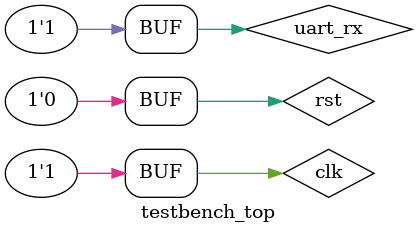
<source format=v>
`timescale 1ns / 1ps


module testbench_top #(
    parameter       BD_RATE = 9600,
    parameter       RX_CLK  = 50_000_000
)
(

    );

//---------------------------------define ----------------------------------------
reg             rst;
reg             clk;

//---------------------------------process ---------------------------------------

initial begin
    rst = 1'b1;
    #100;
    rst = 1'b0;
end

always begin
    clk = 1'b0;
    #0.5;
    clk = ~clk;
    #0.5;
end

//--------------------------------define ------------------------------------------
reg             uart_rx;
wire    [7:0]   uart_rxdata;
//--------------------------------source module -----------------------------------
initial begin
    uart_rx = 1'b1;
    #20000;
    uart_rx = 1'b0;     //begin
    #5208;
    uart_rx = 1'b0;
    #5208;
    uart_rx = 1'b1;
    #5208;
    uart_rx = 1'b0;
    #5208;
    uart_rx = 1'b1;
    #5208;
    uart_rx = 1'b0;
    #5208;
    uart_rx = 1'b1;
    #5208;
    uart_rx = 1'b0;
    #5208;
    uart_rx = 1'b0;
    #5208;
    uart_rx = 1'b1;
end

//--------------------------------objective module --------------------------------
uart #(
    BD_RATE,
    RX_CLK
)
uart_inst(
//--------------------------------rst clk ---------------------------------------
    .rst                (rst),
    .clk                (clk),
//--------------------------------in port ---------------------------------------
    .uart_rx            (uart_rx),
//--------------------------------out port --------------------------------------
    .uart_rxdata        (uart_rxdata)
    );




endmodule

</source>
